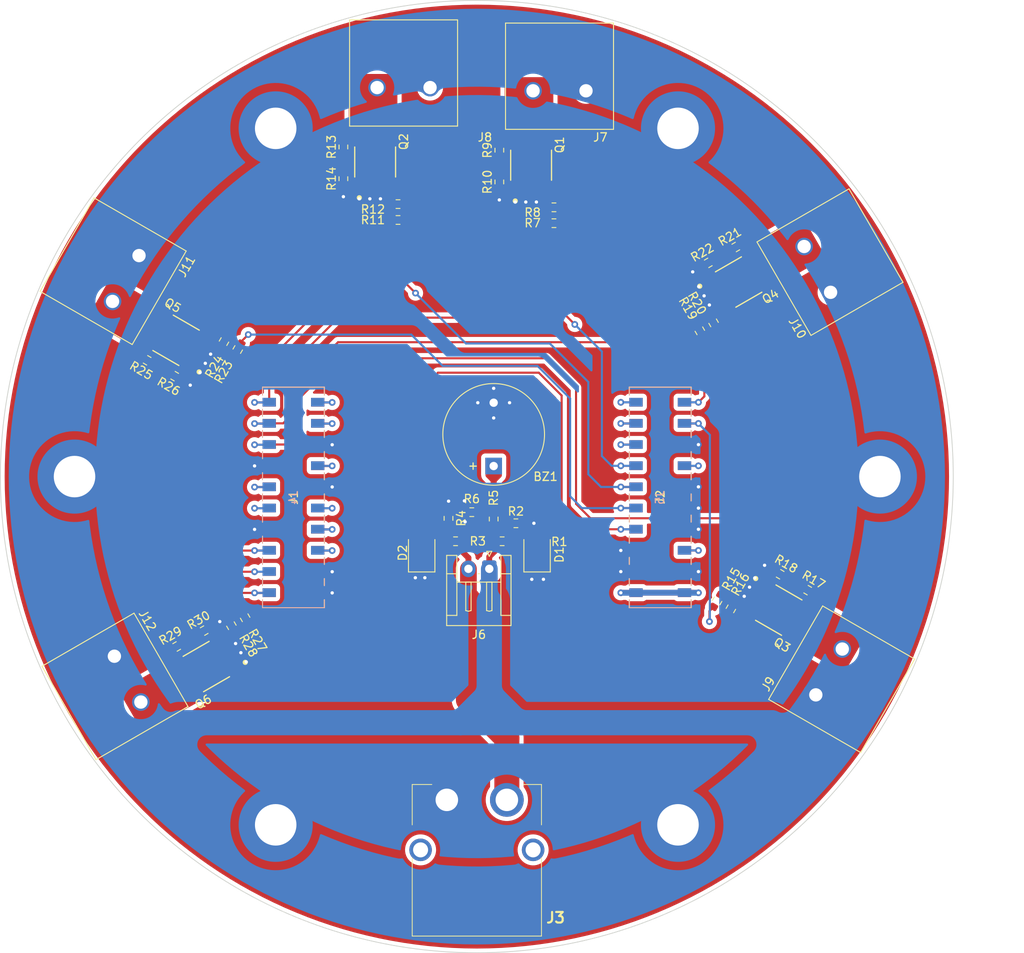
<source format=kicad_pcb>
(kicad_pcb (version 20211014) (generator pcbnew)
  (layers (0 "F.Cu" signal) (31 "B.Cu" signal) (34 "B.Paste" user) (35 "F.Paste" user) (36 "B.SilkS" user "B.Silkscreen") (37 "F.SilkS" user "F.Silkscreen") (38 "B.Mask" user) (39 "F.Mask" user) (44 "Edge.Cuts" user))
  (net 0 "")
  (net 1 "+BATT")
  (net 2 "GND")
  (net 3 "Net-(D1-Pad2)")
  (net 4 "Net-(BZ1-Pad1)")
  (net 5 "Net-(D2-Pad2)")
  (net 6 "+3V3")
  (net 7 "SCL")
  (net 8 "SPICLK")
  (net 9 "SDA")
  (net 10 "SPID")
  (net 11 "SPIQ")
  (net 12 "Net-(J9-Pad2)")
  (net 13 "Net-(J10-Pad2)")
  (net 14 "Net-(J11-Pad2)")
  (net 15 "Net-(J12-Pad2)")
  (net 16 "AIO10{slash}RF1_CS")
  (net 17 "AIO7")
  (net 18 "Net-(Q1-Pad4)")
  (net 19 "Net-(Q2-Pad4)")
  (net 20 "Net-(Q3-Pad4)")
  (net 21 "Net-(Q4-Pad4)")
  (net 22 "Net-(Q5-Pad4)")
  (net 23 "Net-(Q6-Pad4)")
  (net 24 "AIO15")
  (net 25 "AIO16")
  (net 26 "VBATT")
  (net 27 "Net-(J7-Pad2)")
  (net 28 "Net-(J8-Pad2)")
  (net 29 "AIO18{slash}RX1")
  (net 30 "AIO17{slash}TX1")
  (net 31 "AIO6")
  (net 32 "AIO5")
  (net 33 "AIO4")
  (net 34 "IO42{slash}TMS")
  (net 35 "IO41{slash}TDI")
  (net 36 "AIO2{slash}RF1_IO0")
  (net 37 "IO21{slash}RF1_RST")
  (net 38 "IO40{slash}TDO")
  (net 39 "IO39{slash}TCK")
  (net 40 "IO38{slash}RF1_IO4")
  (net 41 "IO37")
  (net 42 "IO36")
  (net 43 "IO35")
  (net 44 "IO47")
  (footprint "Connector_JST:JST_EH_S2B-EH_1x02_P2.50mm_Horizontal" (layer "F.Cu") (at 151.491 111.0705 180)
    (fp_text reference "J6")
    (fp_text value "Conn_01x02")
  )
  (footprint "Resistor_SMD:R_0603_1608Metric" (layer "F.Cu") (at 133.991392 64.247796 -90)
    (fp_text reference "R14")
    (fp_text value "100k")
  )
  (footprint "Resistor_SMD:R_0603_1608Metric" (layer "F.Cu") (at 110.452233 86.042384 150)
    (fp_text reference "R25")
    (fp_text value "350k")
  )
  (footprint "LED_SMD:LED_1210_3225Metric" (layer "F.Cu") (at 143.383 109.158 90)
    (fp_text reference "D2")
    (fp_text value "LED")
  )
  (footprint "Resistor_SMD:R_0603_1608Metric" (layer "F.Cu") (at 178.820398 114.923081 -120)
    (fp_text reference "R15")
    (fp_text value "1k")
  )
  (footprint "Global Footprints:TRANS_SIR182DP-T1-RE3" (layer "F.Cu") (at 114.007012 83.695326 150)
    (fp_text reference "Q5")
    (fp_text value "SIR182DP-T1-RE3")
  )
  (footprint "Global Footprints:Avionics Mounting Hole" (layer "F.Cu") (at 198.3486 100)
    (fp_text reference "H4")
    (fp_text value "MountingHole_Pad")
  )
  (footprint "AVIONICS:XT60PWM" (layer "F.Cu") (at 150 138.8 180)
    (fp_text reference "J3")
    (fp_text value "XT60PW-M" hide)
  )
  (footprint "Global Footprints:TRANS_SIR182DP-T1-RE3" (layer "F.Cu") (at 156.507401 62.729599 90)
    (fp_text reference "Q1")
    (fp_text value "SIR182DP-T1-RE3")
  )
  (footprint "Resistor_SMD:R_0603_1608Metric" (layer "F.Cu") (at 113.993245 120.388706 -150)
    (fp_text reference "R29")
    (fp_text value "350k")
  )
  (footprint "Resistor_SMD:R_0603_1608Metric" (layer "F.Cu") (at 154.686 105.602)
    (fp_text reference "R2")
    (fp_text value "100k")
  )
  (footprint "Global Footprints:NPPC102KFMS-RC" (layer "F.Cu") (at 172 102.5 -90)
    (fp_text reference "J2")
    (fp_text value "1156915")
  )
  (footprint "Resistor_SMD:R_0603_1608Metric" (layer "F.Cu") (at 176.749639 82.502082 -60)
    (fp_text reference "R19")
    (fp_text value "1k")
  )
  (footprint "Global Footprints:TRANS_SIR182DP-T1-RE3" (layer "F.Cu") (at 117.637918 122.745905 -150)
    (fp_text reference "Q6")
    (fp_text value "SIR182DP-T1-RE3")
  )
  (footprint "Resistor_SMD:R_0603_1608Metric" (layer "F.Cu") (at 152.697402 64.634602 -90)
    (fp_text reference "R10")
    (fp_text value "100k")
  )
  (footprint "Global Footprints:OSTT7020150" (layer "F.Cu") (at 107.888837 76.224314 -120)
    (fp_text reference "J11")
    (fp_text value "Conn_01x02")
  )
  (footprint "Global Footprints:Avionics Mounting Hole" (layer "F.Cu") (at 101.74 100)
    (fp_text reference "H3")
    (fp_text value "MountingHole_Pad")
  )
  (footprint "Global Footprints:Avionics Mounting Hole" (layer "F.Cu") (at 174.13 141.794386)
    (fp_text reference "H6")
    (fp_text value "MountingHole_Pad")
  )
  (footprint "Resistor_SMD:R_0603_1608Metric" (layer "F.Cu") (at 133.991395 60.437796 90)
    (fp_text reference "R13")
    (fp_text value "350k")
  )
  (footprint "Resistor_SMD:R_0603_1608Metric" (layer "F.Cu") (at 189.685978 113.629344 -30)
    (fp_text reference "R17")
    (fp_text value "350k")
  )
  (footprint "Resistor_SMD:R_0603_1608Metric" (layer "F.Cu") (at 113.751788 87.947383 -30)
    (fp_text reference "R26")
    (fp_text value "100k")
  )
  (footprint "Global Footprints:TRANS_SIR182DP-T1-RE3" (layer "F.Cu") (at 181.317242 76.6974 30)
    (fp_text reference "Q4")
    (fp_text value "SIR182DP-T1-RE3")
  )
  (footprint "Global Footprints:Avionics Mounting Hole" (layer "F.Cu") (at 125.87 141.794386)
    (fp_text reference "H5")
    (fp_text value "MountingHole_Pad")
  )
  (footprint "Resistor_SMD:R_0603_1608Metric" (layer "F.Cu") (at 140.544597 69.200797)
    (fp_text reference "R11")
    (fp_text value "1k")
  )
  (footprint "Resistor_SMD:R_0603_1608Metric" (layer "F.Cu") (at 178.399418 81.549581 120)
    (fp_text reference "R20")
    (fp_text value "100k")
  )
  (footprint "Resistor_SMD:R_0603_1608Metric" (layer "F.Cu") (at 119.668036 83.796146 -120)
    (fp_text reference "R24")
    (fp_text value "100k")
  )
  (footprint "Global Footprints:OSTT7020150" (layer "F.Cu") (at 192.249374 123.447414 60)
    (fp_text reference "J9")
    (fp_text value "Conn_01x02")
  )
  (footprint "Resistor_SMD:R_0603_1608Metric" (layer "F.Cu") (at 159.250602 69.5876)
    (fp_text reference "R7")
    (fp_text value "1k")
  )
  (footprint "Resistor_SMD:R_0603_1608Metric" (layer "F.Cu") (at 121.317814 84.748645 60)
    (fp_text reference "R23")
    (fp_text value "1k")
  )
  (footprint "Global Footprints:TRANS_SIR182DP-T1-RE3" (layer "F.Cu") (at 137.801397 62.342798 90)
    (fp_text reference "Q2")
    (fp_text value "SIR182DP-T1-RE3")
  )
  (footprint "Global Footprints:OSTT7020150" (layer "F.Cu") (at 108.108743 124.308892 -60)
    (fp_text reference "J12")
    (fp_text value "Conn_01x02")
  )
  (footprint "Global Footprints:NPPC102KFMS-RC" (layer "F.Cu") (at 128 102.5 -90)
    (fp_text reference "J1")
    (fp_text value "1156915")
  )
  (footprint "Resistor_SMD:R_0603_1608Metric" (layer "F.Cu") (at 180.470176 115.875581 60)
    (fp_text reference "R16")
    (fp_text value "100k")
  )
  (footprint "LED_SMD:LED_1210_3225Metric" (layer "F.Cu") (at 157.226 109.158 90)
    (fp_text reference "D1")
    (fp_text value "LED")
  )
  (footprint "Resistor_SMD:R_0603_1608Metric" (layer "F.Cu") (at 120.555743 117.893724 -60)
    (fp_text reference "R28")
    (fp_text value "100k")
  )
  (footprint "Resistor_SMD:R_0603_1608Metric" (layer "F.Cu") (at 117.292803 118.483705 30)
    (fp_text reference "R30")
    (fp_text value "100k")
  )
  (footprint "Resistor_SMD:R_0603_1608Metric" (layer "F.Cu") (at 181.06202 72.445343 30)
    (fp_text reference "R21")
    (fp_text value "350k")
  )
  (footprint "Global Footprints:OSTT7020150" (layer "F.Cu") (at 141.212399 53.308801 180)
    (fp_text reference "J8")
    (fp_text value "Conn_01x02")
  )
  (footprint "Global Footprints:Avionics Mounting Hole" (layer "F.Cu") (at 174.13 58.205614)
    (fp_text reference "H2")
    (fp_text value "MountingHole_Pad")
  )
  (footprint "Resistor_SMD:R_0603_1608Metric" (layer "F.Cu") (at 177.762464 74.350344 -150)
    (fp_text reference "R22")
    (fp_text value "100k")
  )
  (footprint "Resistor_SMD:R_0603_1608Metric" (layer "F.Cu") (at 122.205519 116.941224 120)
    (fp_text reference "R27")
    (fp_text value "1k")
  )
  (footprint "Resistor_SMD:R_0603_1608Metric" (layer "F.Cu") (at 152.697402 60.824602 90)
    (fp_text reference "R9")
    (fp_text value "350k")
  )
  (footprint "Resistor_SMD:R_0603_1608Metric" (layer "F.Cu") (at 147.447 107.761 180)
    (fp_text reference "R3")
    (fp_text value "350k")
  )
  (footprint "Resistor_SMD:R_0603_1608Metric" (layer "F.Cu") (at 149.394 104.27 180)
    (fp_text reference "R6")
    (fp_text value "100k")
  )
  (footprint "Resistor_SMD:R_0603_1608Metric" (layer "F.Cu") (at 153.035 107.761)
    (fp_text reference "R1")
    (fp_text value "350k")
  )
  (footprint "Global Footprints:Avionics Mounting Hole" (layer "F.Cu") (at 125.87 58.205614)
    (fp_text reference "H1")
    (fp_text value "MountingHole_Pad")
  )
  (footprint "Resistor_SMD:R_0603_1608Metric" (layer "F.Cu") (at 152.019 105.094 90)
    (fp_text reference "R5")
    (fp_text value "350k")
  )
  (footprint "Global Footprints:TRANS_SIR182DP-T1-RE3" (layer "F.Cu") (at 186.1312 115.9764 -30)
    (fp_text reference "Q3")
    (fp_text value "SIR182DP-T1-RE3")
  )
  (footprint "Resistor_SMD:R_0603_1608Metric" (layer "F.Cu") (at 146.6 105.01 90)
    (fp_text reference "R4")
    (fp_text value "100k")
  )
  (footprint "Global Footprints:OSTT7020150" (layer "F.Cu") (at 190.846416 75.134412 120)
    (fp_text reference "J10")
    (fp_text value "Conn_01x02")
  )
  (footprint "Resistor_SMD:R_0603_1608Metric" (layer "F.Cu") (at 186.386421 111.724344 150)
    (fp_text reference "R18")
    (fp_text value "100k")
  )
  (footprint "Resistor_SMD:R_0603_1608Metric" (layer "F.Cu") (at 140.544596 67.2958 180)
    (fp_text reference "R12")
    (fp_text value "100k")
  )
  (footprint "Buzzer_Beeper:Buzzer_12x9.5RM7.6" (layer "F.Cu") (at 152.019 98.734 90)
    (fp_text reference "BZ1")
    (fp_text value "Buzzer")
  )
  (footprint "Resistor_SMD:R_0603_1608Metric" (layer "F.Cu") (at 159.2506 67.682598 180)
    (fp_text reference "R8")
    (fp_text value "100k")
  )
  (footprint "Global Footprints:OSTT7020150" (layer "F.Cu") (at 159.9184 53.6956 180)
    (fp_text reference "J7")
    (fp_text value "Conn_01x02")
  )
  (footprint "Global Footprints:NPPC102KFMS-RC" (layer "B.Cu") (at 172 102.5 -90)
    (fp_text reference "J5")
    (fp_text value "1156915")
  )
  (footprint "Global Footprints:NPPC102KFMS-RC" (layer "B.Cu") (at 128 102.5 -90)
    (fp_text reference "J4")
    (fp_text value "1156915")
  )
  (gr_circle (center 150 100) (end 207.15 100) (layer "Edge.Cuts") (width 0.1) (fill none))
  (segment (start 153.6 131.375) (end 148.991 126.766) (width 3) (layer "F.Cu") (net 1))
  (segment (start 153.6 138.8) (end 153.6 131.375) (width 3) (layer "F.Cu") (net 1))
  (segment (start 148.272 109.029) (end 148.272 107.761) (width 0.7) (layer "F.Cu") (net 1))
  (segment (start 148.991 111.0705) (end 148.991 109.748) (width 0.7) (layer "F.Cu") (net 1))
  (segment (start 148.991 109.748) (end 148.272 109.029) (width 0.7) (layer "F.Cu") (net 1))
  (segment (start 148.991 126.766) (end 148.991 114.808) (width 3) (layer "F.Cu") (net 1))
  (segment (start 148.991 111.0705) (end 148.991 114.808) (width 2) (layer "F.Cu") (net 1))
  (segment (start 132.5096 111.4188) (end 132.6476 111.2808) (width 0.25) (layer "F.Cu") (net 2))
  (segment (start 167.2701 111.4044) (end 168.9498 111.4044) (width 0.25) (layer "F.Cu") (net 2))
  (segment (start 168.9498 108.8644) (end 167.4081 108.8644) (width 0.25) (layer "F.Cu") (net 2))
  (segment (start 174.9011 106.3244) (end 176.4428 106.3244) (width 0.25) (layer "F.Cu") (net 2))
  (segment (start 176.5808 101.23) (end 174.9083 101.23) (width 0.25) (layer "F.Cu") (net 2))
  (segment (start 174.82325 103.7844) (end 174.81225 103.7954) (width 0.25) (layer "F.Cu") (net 2))
  (segment (start 125.05145 106.3388) (end 125.06245 106.3498) (width 0.25) (layer "F.Cu") (net 2))
  (segment (start 176.4428 106.3244) (end 176.5808 106.1864) (width 0.25) (layer "F.Cu") (net 2))
  (segment (start 176.4428 96.1644) (end 176.5808 96.0264) (width 0.25) (layer "F.Cu") (net 2))
  (segment (start 123.3369 106.3388) (end 125.05145 106.3388) (width 0.25) (layer "F.Cu") (net 2))
  (segment (start 130.9679 96.1788) (end 132.5096 96.1788) (width 0.25) (layer "F.Cu") (net 2))
  (segment (start 125.0166 98.718801) (end 123.4749 98.718801) (width 0.25) (layer "F.Cu") (net 2))
  (segment (start 132.5096 96.1788) (end 132.6476 96.0408) (width 0.25) (layer "F.Cu") (net 2))
  (segment (start 132.6476 113.9588) (end 130.9371 113.9588) (width 0.25) (layer "F.Cu") (net 2))
  (segment (start 132.6476 101.2444) (end 130.9751 101.2444) (width 0.25) (layer "F.Cu") (net 2))
  (segment (start 174.9011 96.1644) (end 176.4428 96.1644) (width 0.25) (layer "F.Cu") (net 2))
  (segment (start 176.4428 111.4044) (end 176.5808 111.2664) (width 0.25) (layer "F.Cu") (net 2))
  (segment (start 174.9011 111.4044) (end 176.4428 111.4044) (width 0.25) (layer "F.Cu") (net 2))
  (segment (start 123.4749 98.718801) (end 123.3369 98.8568) (width 0.25) (layer "F.Cu") (net 2))
  (segment (start 130.9679 111.4188) (end 132.5096 111.4188) (width 0.25) (layer "F.Cu") (net 2))
  (segment (start 130.9371 113.9588) (end 130.9083 113.93) (width 0.25) (layer "F.Cu") (net 2))
  (segment (start 176.5808 103.7844) (end 174.82325 103.7844) (width 0.25) (layer "F.Cu") (net 2))
  (segment (start 167.4081 108.8644) (end 167.2701 109.0024) (width 0.25) (layer "F.Cu") (net 2))
  (via (at 132.6476 111.4188) (size 0.8) (drill 0.4) (layers "F.Cu" "B.Cu") (net 2))
  (via (at 117.429008 86.404252) (size 0.8) (drill 0.4) (layers "F.Cu" "B.Cu") (net 2))
  (via (at 156.591 112.33) (size 0.8) (drill 0.4) (layers "F.Cu" "B.Cu") (net 2))
  (via (at 116.794009 87.504105) (size 0.8) (drill 0.4) (layers "F.Cu" "B.Cu") (net 2))
  (via (at 148.51 102.91) (size 0.8) (drill 0.4) (layers "F.Cu" "B.Cu") (net 2))
  (via (at 146.61 102.95) (size 0.8) (drill 0.4) (layers "F.Cu" "B.Cu") (net 2))
  (via (at 176.5808 96.1644) (size 0.8) (drill 0.4) (layers "F.Cu" "B.Cu") (net 2))
  (via (at 119.162553 117.404206) (size 0.8) (drill 0.4) (layers "F.Cu" "B.Cu") (net 2))
  (via (at 137.166392 66.660799) (size 0.8) (drill 0.4) (layers "F.Cu" "B.Cu") (net 2))
  (via (at 182.074202 114.367327) (size 0.8) (drill 0.4) (layers "F.Cu" "B.Cu") (net 2))
  (via (at 142.621 112.141) (size 0.8) (drill 0.4) (layers "F.Cu" "B.Cu") (net 2))
  (via (at 123.3369 98.7188) (size 0.8) (drill 0.4) (layers "F.Cu" "B.Cu") (net 2))
  (via (at 118.064009 85.3044) (size 0.8) (drill 0.4) (layers "F.Cu" "B.Cu") (net 2))
  (via (at 138.436395 66.660795) (size 0.8) (drill 0.4) (layers "F.Cu" "B.Cu") (net 2))
  (via (at 150.114 91.134) (size 0.8) (drill 0.4) (layers "F.Cu" "B.Cu") (net 2))
  (via (at 176.5808 106.3244) (size 0.8) (drill 0.4) (layers "F.Cu" "B.Cu") (net 2))
  (via (at 176.5808 111.4044) (size 0.8) (drill 0.4) (layers "F.Cu" "B.Cu") (net 2))
  (via (at 152.697402 66.793603) (size 0.8) (drill 0.4) (layers "F.Cu" "B.Cu") (net 2))
  (via (at 155.872403 67.047602) (size 0.8) (drill 0.4) (layers "F.Cu" "B.Cu") (net 2))
  (via (at 132.6476 101.2444) (size 0.8) (drill 0.4) (layers "F.Cu" "B.Cu") (net 2))
  (via (at 157.142402 67.047601) (size 0.8) (drill 0.4) (layers "F.Cu" "B.Cu") (net 2))
  (via (at 177.260244 78.306474) (size 0.8) (drill 0.4) (layers "F.Cu" "B.Cu") (net 2))
  (via (at 177.895244 79.406326) (size 0.8) (drill 0.4) (layers "F.Cu" "B.Cu") (net 2))
  (via (at 135.896393 66.660799) (size 0.8) (drill 0.4) (layers "F.Cu" "B.Cu") (net 2))
  (via (at 152.019 89.408) (size 0.8) (drill 0.4) (layers "F.Cu" "B.Cu") (net 2))
  (via (at 167.2701 111.4044) (size 0.8) (drill 0.4) (layers "F.Cu" "B.Cu") (net 2))
  (via (at 132.6476 113.9588) (size 0.8) (drill 0.4) (layers "F.Cu" "B.Cu") (net 2))
  (via (at 183.344202 112.167622) (size 0.8) (drill 0.4) (layers "F.Cu" "B.Cu") (net 2))
  (via (at 123.3369 106.3388) (size 0.8) (drill 0.4) (layers "F.Cu" "B.Cu") (net 2))
  (via (at 143.764 112.141) (size 0.8) (drill 0.4) (layers "F.Cu" "B.Cu") (net 2))
  (via (at 157.988 112.33) (size 0.8) (drill 0.4) (layers "F.Cu" "B.Cu") (net 2))
  (via (at 184.516673 110.644845) (size 0.8) (drill 0.4) (layers "F.Cu" "B.Cu") (net 2))
  (via (at 154.602405 67.047602) (size 0.8) (drill 0.4) (layers "F.Cu" "B.Cu") (net 2))
  (via (at 132.6476 96.1788) (size 0.8) (drill 0.4) (layers "F.Cu" "B.Cu") (net 2))
  (via (at 182.709203 113.267475) (size 0.8) (drill 0.4) (layers "F.Cu" "B.Cu") (net 2))
  (via (at 176.625244 77.206622) (size 0.8) (drill 0.4) (layers "F.Cu" "B.Cu") (net 2))
  (via (at 122.329915 122.236682) (size 0.8) (drill 0.4) (layers "F.Cu" "B.Cu") (net 2))
  (via (at 121.059915 120.036978) (size 0.8) (drill 0.4) (layers "F.Cu" "B.Cu") (net 2))
  (via (at 148.59 105.43) (size 0.8) (drill 0.4) (layers "F.Cu" "B.Cu") (net 2))
  (via (at 133.991394 66.406797) (size 0.8) (drill 0.4) (layers "F.Cu" "B.Cu") (net 2))
  (via (at 167.2701 108.8644) (size 0.8) (drill 0.4) (layers "F.Cu" "B.Cu") (net 2))
  (via (at 153.924 91.134) (size 0.8) (drill 0.4) (layers "F.Cu" "B.Cu") (net 2))
  (via (at 115.621538 89.026884) (size 0.8) (drill 0.4) (layers "F.Cu" "B.Cu") (net 2))
  (via (at 176.5808 101.23) (size 0.8) (drill 0.4) (layers "F.Cu" "B.Cu") (net 2))
  (via (at 176.5808 103.7844) (size 0.8) (drill 0.4) (layers "F.Cu" "B.Cu") (net 2))
  (via (at 175.892714 75.429844) (size 0.8) (drill 0.4) (layers "F.Cu" "B.Cu") (net 2))
  (via (at 156.845 105.602) (size 0.8) (drill 0.4) (layers "F.Cu" "B.Cu") (net 2))
  (via (at 152.019 92.964) (size 0.8) (drill 0.4) (layers "F.Cu" "B.Cu") (net 2))
  (via (at 121.694916 121.136831) (size 0.8) (drill 0.4) (layers "F.Cu" "B.Cu") (net 2))
  (segment (start 123.4749 106.3388) (end 123.3369 106.4768) (width 0.25) (layer "B.Cu") (net 2))
  (segment (start 168.98465 108.8644) (end 168.99565 108.8754) (width 0.25) (layer "B.Cu") (net 2))
  (segment (start 123.3369 98.7188) (end 125.05145 98.7188) (width 0.25) (layer "B.Cu") (net 2))
  (segment (start 132.6476 101.2444) (end 130.9751 101.2444) (width 0.25) (layer "B.Cu") (net 2))
  (segment (start 176.5808 106.3244) (end 174.82325 106.3244) (width 0.25) (layer "B.Cu") (net 2))
  (segment (start 125.0166 106.3388) (end 123.4749 106.3388) (width 0.25) (layer "B.Cu") (net 2))
  (segment (start 176.4428 103.7844) (end 176.5808 103.6464) (width 0.25) (layer "B.Cu") (net 2))
  (segment (start 132.6476 113.9588) (end 130.9371 113.9588) (width 0.25) (layer "B.Cu") (net 2))
  (segment (start 130.9371 113.9588) (end 130.9083 113.93) (width 0.25) (layer "B.Cu") (net 2))
  (segment (start 132.6476 96.1788) (end 130.89005 96.1788) (width 0.25) (layer "B.Cu") (net 2))
  (segment (start 125.05145 98.7188) (end 125.06245 98.7298) (width 0.25) (layer "B.Cu") (net 2))
  (segment (start 167.2701 108.8644) (end 168.98465 108.8644) (width 0.25) (layer "B.Cu") (net 2))
  (segment (start 132.6476 111.4188) (end 130.89005 111.4188) (width 0.25) (layer "B.Cu") (net 2))
  (segment (start 176.5808 111.4044) (end 174.82325 111.4044) (width 0.25) (layer "B.Cu") (net 2))
  (segment (start 174.9011 103.7844) (end 176.4428 103.7844) (width 0.25) (layer "B.Cu") (net 2))
  (segment (start 176.5808 101.23) (end 174.9083 101.23) (width 0.25) (layer "B.Cu") (net 2))
  (segment (start 167.4081 111.4044) (end 167.2701 111.5424) (width 0.25) (layer "B.Cu") (net 2))
  (segment (start 168.9498 111.4044) (end 167.4081 111.4044) (width 0.25) (layer "B.Cu") (net 2))
  (segment (start 130.9751 113.9444) (end 130.9895 113.9588) (width 0.7) (layer "B.Cu") (net 2))
  (segment (start 176.5808 96.1644) (end 174.82325 96.1644) (width 0.25) (layer "B.Cu") (net 2))
  (segment (start 153.86 107.761) (end 153.86 105.603) (width 0.7) (layer "F.Cu") (net 3))
  (segment (start 153.86 107.761) (end 157.223 107.761) (width 1) (layer "F.Cu") (net 3))
  (segment (start 153.86 105.603) (end 153.861 105.602) (width 0.25) (layer "F.Cu") (net 3))
  (segment (start 157.223 107.761) (end 157.226 107.758) (width 0.7) (layer "F.Cu") (net 3))
  (segment (start 152.019 100.457) (end 152.654 99.822) (width 0.7) (layer "F.Cu") (net 4))
  (segment (start 152.019 100.457) (end 151.384 99.822) (width 0.7) (layer "F.Cu") (net 4))
  (segment (start 152.019 104.269) (end 152.019 100.838) (width 0.7) (layer "F.Cu") (net 4))
  (segment (start 152.019 104.269) (end 150.22 104.269) (width 0.7) (layer "F.Cu") (net 4))
  (segment (start 152.019 100.838) (end 152.019 98.734) (width 0.7) (layer "F.Cu") (net 4))
  (segment (start 150.22 104.269) (end 150.219 104.27) (width 0.25) (layer "F.Cu") (net 4))
  (segment (start 152.019 100.838) (end 152.019 100.457) (width 0.7) (layer "F.Cu") (net 4))
  (segment (start 146.622 105.848) (end 146.64 105.83) (width 0.7) (layer "F.Cu") (net 5))
  (segment (start 146.621 105.602) (end 146.64 105.621) (width 0.25) (layer "F.Cu") (net 5))
  (segment (start 146.64 105.621) (end 146.64 105.83) (width 0.25) (layer "F.Cu") (net 5))
  (segment (start 146.622 107.761) (end 143.386 107.761) (width 1) (layer "F.Cu") (net 5))
  (segment (start 143.386 107.761) (end 143.383 107.758) (width 1) (layer "F.Cu") (net 5))
  (segment (start 146.622 107.761) (end 146.622 105.848) (width 0.7) (layer "F.Cu") (net 5))
  (segment (start 175.8696 113.9444) (end 174.82325 113.9444) (width 0.7) (layer "F.Cu") (net 6))
  (segment (start 175.8696 113.9444) (end 175.8552 113.93) (width 0.7) (layer "F.Cu") (net 6))
  (segment (start 176.5808 113.9444) (end 175.8696 113.9444) (width 0.7) (layer "F.Cu") (net 6))
  (segment (start 175.8552 113.93) (end 169.0917 113.93) (width 0.7) (layer "F.Cu") (net 6))
  (segment (start 168.9498 113.9444) (end 167.4081 113.9444) (width 0.7) (layer "F.Cu") (net 6))
  (segment (start 167.4081 113.9444) (end 167.2701 114.0824) (width 0.25) (layer "F.Cu") (net 6))
  (via (at 176.5808 113.9444) (size 0.8) (drill 0.4) (layers "F.Cu" "B.Cu") (net 6))
  (via (at 167.2701 113.9444) (size 0.8) (drill 0.4) (layers "F.Cu" "B.Cu") (net 6))
  (segment (start 174.9227 113.9444) (end 176.4428 113.9444) (width 0.7) (layer "B.Cu") (net 6))
  (segment (start 174.9083 113.93) (end 169.0917 113.93) (width 0.7) (layer "B.Cu") (net 6))
  (segment (start 176.4428 113.9444) (end 176.5808 113.8064) (width 0.25) (layer "B.Cu") (net 6))
  (segment (start 167.2701 113.9444) (end 168.9498 113.9444) (width 0.7) (layer "B.Cu") (net 6))
  (segment (start 174.9083 113.93) (end 174.9227 113.9444) (width 0.7) (layer "B.Cu") (net 6))
  (segment (start 132.6476 93.6388) (end 130.9679 93.6388) (width 0.25) (layer "F.Cu") (net 7))
  (via (at 132.6476 93.6388) (size 0.8) (drill 0.4) (layers "F.Cu" "B.Cu") (net 7))
  (segment (start 130.9679 93.6388) (end 132.5096 93.6388) (width 0.25) (layer "B.Cu") (net 7))
  (segment (start 132.5096 93.6388) (end 132.6476 93.5008) (width 0.25) (layer "B.Cu") (net 7))
  (segment (start 132.5096 106.3388) (end 132.6476 106.2008) (width 0.25) (layer "F.Cu") (net 8))
  (segment (start 130.9679 106.3388) (end 132.5096 106.3388) (width 0.25) (layer "F.Cu") (net 8))
  (via (at 132.6476 106.3388) (size 0.8) (drill 0.4) (layers "F.Cu" "B.Cu") (net 8))
  (segment (start 132.6476 106.3388) (end 130.89005 106.3388) (width 0.25) (layer "B.Cu") (net 8))
  (segment (start 130.9679 91.0988) (end 132.5096 91.0988) (width 0.25) (layer "F.Cu") (net 9))
  (segment (start 132.5096 91.0988) (end 132.6476 90.9608) (width 0.25) (layer "F.Cu") (net 9))
  (via (at 132.6476 91.0988) (size 0.8) (drill 0.4) (layers "F.Cu" "B.Cu") (net 9))
  (segment (start 132.6476 91.0988) (end 130.9679 91.0988) (width 0.25) (layer "B.Cu") (net 9))
  (segment (start 132.6476 103.7988) (end 130.89005 103.7988) (width 0.25) (layer "F.Cu") (net 10))
  (via (at 132.6476 103.7988) (size 0.8) (drill 0.4) (layers "F.Cu" "B.Cu") (net 10))
  (segment (start 132.5096 103.7988) (end 132.6476 103.6608) (width 0.25) (layer "B.Cu") (net 10))
  (segment (start 130.9679 103.7988) (end 132.5096 103.7988) (width 0.25) (layer "B.Cu") (net 10))
  (segment (start 132.6476 108.8788) (end 130.89005 108.8788) (width 0.25) (layer "F.Cu") (net 11))
  (via (at 132.6476 108.8788) (size 0.8) (drill 0.4) (layers "F.Cu" "B.Cu") (net 11))
  (segment (start 132.5096 108.8788) (end 132.6476 108.7408) (width 0.25) (layer "B.Cu") (net 11))
  (segment (start 130.9679 108.8788) (end 132.5096 108.8788) (width 0.25) (layer "B.Cu") (net 11))
  (segment (start 132.6476 98.7188) (end 130.89005 98.7188) (width 0.25) (layer "F.Cu") (net 16))
  (via (at 132.6476 98.7188) (size 0.8) (drill 0.4) (layers "F.Cu" "B.Cu") (net 16))
  (segment (start 130.9679 98.7188) (end 132.5096 98.7188) (width 0.25) (layer "B.Cu") (net 16))
  (segment (start 149.3012 65.3796) (end 150.876 63.8048) (width 0.25) (layer "F.Cu") (net 17))
  (segment (start 147.5232 80.9244) (end 149.3012 79.1464) (width 0.25) (layer "F.Cu") (net 17))
  (segment (start 150.876 63.8048) (end 152.6926 63.8048) (width 0.25) (layer "F.Cu") (net 17))
  (segment (start 125.05145 91.0988) (end 125.06245 91.1098) (width 0.25) (layer "F.Cu") (net 17))
  (segment (start 152.6926 63.8048) (end 152.697402 63.809602) (width 0.25) (layer "F.Cu") (net 17))
  (segment (start 133.4008 80.9244) (end 147.5232 80.9244) (width 0.25) (layer "F.Cu") (net 17))
  (segment (start 125.0917 89.2335) (end 133.4008 80.9244) (width 0.25) (layer "F.Cu") (net 17))
  (segment (start 125.0917 91.07) (end 125.0917 89.2335) (width 0.25) (layer "F.Cu") (net 17))
  (segment (start 152.697402 61.649602) (end 152.697402 63.809602) (width 1) (layer "F.Cu") (net 17))
  (segment (start 123.3369 91.0988) (end 125.05145 91.0988) (width 0.25) (layer "F.Cu") (net 17))
  (segment (start 149.3012 79.1464) (end 149.3012 65.3796) (width 0.25) (layer "F.Cu") (net 17))
  (via (at 123.3369 91.0988) (size 0.8) (drill 0.4) (layers "F.Cu" "B.Cu") (net 17))
  (segment (start 125.0166 91.0988) (end 123.4749 91.0988) (width 0.25) (layer "B.Cu") (net 17))
  (segment (start 158.412404 69.574401) (end 158.412402 65.399603) (width 0.5) (layer "F.Cu") (net 18))
  (segment (start 158.425603 69.587602) (end 158.412404 69.574401) (width 0.25) (layer "F.Cu") (net 18))
  (segment (start 139.719593 69.200799) (end 139.706393 69.187596) (width 0.25) (layer "F.Cu") (net 19))
  (segment (start 139.706393 69.187596) (end 139.706395 65.0128) (width 0.5) (layer "F.Cu") (net 19))
  (segment (start 179.232898 114.20861) (end 179.250928 114.20378) (width 0.25) (layer "F.Cu") (net 20))
  (segment (start 179.250928 114.20378) (end 182.866412 116.291179) (width 0.5) (layer "F.Cu") (net 20))
  (segment (start 176.341971 81.769579) (end 179.957454 79.682179) (width 0.5) (layer "F.Cu") (net 21))
  (segment (start 176.337139 81.787611) (end 176.341971 81.769579) (width 0.25) (layer "F.Cu") (net 21))
  (segment (start 120.905314 85.463116) (end 120.887282 85.467948) (width 0.25) (layer "F.Cu") (net 22))
  (segment (start 120.887282 85.467948) (end 117.271799 83.380548) (width 0.5) (layer "F.Cu") (net 22))
  (segment (start 122.613189 117.673727) (end 118.997706 119.761127) (width 0.5) (layer "F.Cu") (net 23))
  (segment (start 122.618019 117.655695) (end 122.613189 117.673727) (width 0.25) (layer "F.Cu") (net 23))
  (segment (start 125.0166 93.638801) (end 123.474899 93.6388) (width 0.25) (layer "F.Cu") (net 24))
  (segment (start 127.4064 92.964) (end 127.4064 89.8144) (width 0.25) (layer "F.Cu") (net 24))
  (segment (start 180.347549 72.857843) (end 179.512157 73.340157) (width 1) (layer "F.Cu") (net 24))
  (segment (start 125.0917 93.61) (end 126.7604 93.61) (width 0.25) (layer "F.Cu") (net 24))
  (segment (start 173.6344 71.9836) (end 178.1556 71.9836) (width 0.25) (layer "F.Cu") (net 24))
  (segment (start 169.3164 83.8708) (end 172.974 80.2132) (width 0.25) (layer "F.Cu") (net 24))
  (segment (start 172.974 72.644) (end 173.6344 71.9836) (width 0.25) (layer "F.Cu") (net 24))
  (segment (start 179.512157 73.340157) (end 178.476935 73.937844) (width 1) (layer "F.Cu") (net 24))
  (segment (start 133.35 83.8708) (end 169.3164 83.8708) (width 0.25) (layer "F.Cu") (net 24))
  (segment (start 123.474899 93.6388) (end 123.3369 93.7768) (width 0.25) (layer "F.Cu") (net 24))
  (segment (start 172.974 80.2132) (end 172.974 72.644) (width 0.25) (layer "F.Cu") (net 24))
  (segment (start 178.1556 71.9836) (end 179.512157 73.340157) (width 0.25) (layer "F.Cu") (net 24))
  (segment (start 127.4064 89.8144) (end 133.35 83.8708) (width 0.25) (layer "F.Cu") (net 24))
  (segment (start 126.7604 93.61) (end 127.4064 92.964) (width 0.25) (layer "F.Cu") (net 24))
  (via (at 123.3369 93.638801) (size 0.8) (drill 0.4) (layers "F.Cu" "B.Cu") (net 24))
  (segment (start 125.051451 93.638801) (end 125.06245 93.6498) (width 0.25) (layer "B.Cu") (net 24))
  (segment (start 123.3369 93.638801) (end 125.051451 93.638801) (width 0.25) (layer "B.Cu") (net 24))
  (segment (start 161.8996 103.2764) (end 163.6268 105.0036) (width 0.25) (layer "F.Cu") (net 25))
  (segment (start 188.1632 111.074536) (end 187.100892 112.136844) (width 0.25) (layer "F.Cu") (net 25))
  (segment (start 158.3436 85.8012) (end 161.8996 89.3572) (width 0.25) (layer "F.Cu") (net 25))
  (segment (start 123.3369 96.1788) (end 125.05145 96.1788) (width 0.25) (layer "F.Cu") (net 25))
  (segment (start 133.5024 85.8012) (end 158.3436 85.8012) (width 0.25) (layer "F.Cu") (net 25))
  (segment (start 163.6268 105.0036) (end 184.15 105.0036) (width 0.25) (layer "F.Cu") (net 25))
  (segment (start 184.15 105.0036) (end 188.1632 109.0168) (width 0.25) (layer "F.Cu") (net 25))
  (segment (start 188.1632 109.0168) (end 188.1632 111.074536) (width 0.25) (layer "F.Cu") (net 25))
  (segment (start 125.0917 96.15) (end 128.0304 96.15) (width 0.25) (layer "F.Cu") (net 25))
  (segment (start 188.971507 113.216843) (end 187.100892 112.136844) (width 1) (layer "F.Cu") (net 25))
  (segment (start 128.9304 95.25) (end 128.9304 90.3732) (width 0.25) (layer "F.Cu") (net 25))
  (segment (start 161.8996 89.3572) (end 161.8996 103.2764) (width 0.25) (layer "F.Cu") (net 25))
  (segment (start 125.05145 96.1788) (end 125.06245 96.1898) (width 0.25) (layer "F.Cu") (net 25))
  (segment (start 128.9304 90.3732) (end 133.5024 85.8012) (width 0.25) (layer "F.Cu") (net 25))
  (segment (start 128.0304 96.15) (end 128.9304 95.25) (width 0.25) (layer "F.Cu") (net 25))
  (via (at 123.3369 96.1788) (size 0.8) (drill 0.4) (layers "F.Cu" "B.Cu") (net 25))
  (segment (start 125.0166 96.1788) (end 123.4749 96.1788) (width 0.25) (layer "B.Cu") (net 25))
  (segment (start 123.4749 96.1788) (end 123.3369 96.3168) (width 0.25) (layer "B.Cu") (net 25))
  (segment (start 152.21 107.888) (end 152.21 106.998) (width 0.7) (layer "F.Cu") (net 26))
  (segment (start 152.019 106.807) (end 152.019 105.919) (width 0.7) (layer "F.Cu") (net 26))
  (segment (start 152.21 108.902) (end 152.21 107.888) (width 0.7) (layer "F.Cu") (net 26))
  (segment (start 151.491 111.0705) (end 151.491 109.621) (width 0.7) (layer "F.Cu") (net 26))
  (segment (start 151.491 109.621) (end 152.21 108.902) (width 0.7) (layer "F.Cu") (net 26))
  (segment (start 152.21 106.998) (end 152.019 106.807) (width 0.7) (layer "F.Cu") (net 26))
  (segment (start 151.491 126.091) (end 154.94 129.54) (width 3) (layer "B.Cu") (net 26))
  (segment (start 154.94 129.54) (end 157.48 129.54) (width 3) (layer "B.Cu") (net 26))
  (segment (start 151.491 114.9604) (end 151.491 126.091) (width 3) (layer "B.Cu") (net 26))
  (segment (start 151.491 111.0705) (end 151.491 114.9604) (width 2) (layer "B.Cu") (net 26))
  (segment (start 151.491 126.091) (end 148.042 129.54) (width 3) (layer "B.Cu") (net 26))
  (segment (start 157.48 129.54) (end 185.42 129.54) (width 3) (layer "B.Cu") (net 26))
  (segment (start 148.042 129.54) (end 114.3 129.54) (width 3) (layer "B.Cu") (net 26))
  (segment (start 148.042 129.54) (end 157.48 129.54) (width 3) (layer "B.Cu") (net 26))
  (segment (start 125.05145 101.2588) (end 125.06245 101.2698) (width 0.25) (layer "F.Cu") (net 29))
  (segment (start 123.3369 101.2588) (end 125.05145 101.2588) (width 0.25) (layer "F.Cu") (net 29))
  (via (at 123.3369 101.2588) (size 0.8) (drill 0.4) (layers "F.Cu" "B.Cu") (net 29))
  (segment (start 125.0166 101.2588) (end 123.4749 101.2588) (width 0.25) (layer "B.Cu") (net 29))
  (segment (start 123.4749 101.2588) (end 123.3369 101.3968) (width 0.25) (layer "B.Cu") (net 29))
  (segment (start 125.0166 103.7988) (end 123.4749 103.7988) (width 0.25) (layer "F.Cu") (net 30))
  (segment (start 123.4749 103.7988) (end 123.3369 103.9368) (width 0.25) (layer "F.Cu") (net 30))
  (via (at 123.3369 103.7988) (size 0.8) (drill 0.4) (layers "F.Cu" "B.Cu") (net 30))
  (segment (start 125.05145 103.7988) (end 125.06245 103.8098) (width 0.25) (layer "B.Cu") (net 30))
  (segment (start 123.3369 103.7988) (end 125.05145 103.7988) (width 0.25) (layer "B.Cu") (net 30))
  (segment (start 133.991396 61.2628) (end 133.991393 63.422797) (width 1) (layer "F.Cu") (net 31))
  (segment (start 130.9116 80.1624) (end 130.9116 64.0588) (width 0.25) (layer "F.Cu") (net 31))
  (segment (start 121.4264 108.8788) (end 119.6848 107.1372) (width 0.25) (layer "F.Cu") (net 31))
  (segment (start 123.3369 108.8788) (end 121.4264 108.8788) (width 0.25) (layer "F.Cu") (net 31))
  (segment (start 119.6848 107.1372) (end 119.6848 91.3892) (width 0.25) (layer "F.Cu") (net 31))
  (segment (start 131.547604 63.422796) (end 133.991392 63.422796) (width 0.25) (layer "F.Cu") (net 31))
  (segment (start 125.0166 108.8788) (end 123.4749 108.8788) (width 0.25) (layer "F.Cu") (net 31))
  (segment (start 123.4749 108.8788) (end 123.3369 109.0168) (width 0.25) (layer "F.Cu") (net 31))
  (segment (start 130.9116 64.0588) (end 131.547604 63.422796) (width 0.25) (layer "F.Cu") (net 31))
  (segment (start 119.6848 91.3892) (end 130.9116 80.1624) (width 0.25) (layer "F.Cu") (net 31))
  (via (at 123.3369 108.8788) (size 0.8) (drill 0.4) (layers "F.Cu" "B.Cu") (net 31))
  (segment (start 123.3369 108.8788) (end 125.05145 108.8788) (width 0.25) (layer "B.Cu") (net 31))
  (segment (start 125.05145 108.8788) (end 125.06245 108.8898) (width 0.25) (layer "B.Cu") (net 31))
  (segment (start 111.166703 86.454885) (end 113.037317 87.534883) (width 1) (layer "F.Cu") (net 32))
  (segment (start 116.586 94.8436) (end 111.166704 89.424304) (width 0.25) (layer "F.Cu") (net 32))
  (segment (start 123.3369 111.4188) (end 118.2768 111.4188) (width 0.25) (layer "F.Cu") (net 32))
  (segment (start 111.166704 89.424304) (end 111.166704 86.454884) (width 0.25) (layer "F.Cu") (net 32))
  (segment (start 118.2768 111.4188) (end 116.586 109.728) (width 0.25) (layer "F.Cu") (net 32))
  (segment (start 116.586 109.728) (end 116.586 94.8436) (width 0.25) (layer "F.Cu") (net 32))
  (segment (start 123.3369 111.4188) (end 125.0166 111.4188) (width 0.25) (layer "F.Cu") (net 32))
  (via (at 123.3369 111.4188) (size 0.8) (drill 0.4) (layers "F.Cu" "B.Cu") (net 32))
  (segment (start 123.4749 111.4188) (end 123.3369 111.5568) (width 0.25) (layer "B.Cu") (net 32))
  (segment (start 125.0166 111.4188) (end 123.4749 111.4188) (width 0.25) (layer "B.Cu") (net 32))
  (segment (start 116.578332 115.526868) (end 116.578332 118.896205) (width 0.25) (layer "F.Cu") (net 33))
  (segment (start 125.0166 113.9588) (end 123.4749 113.9588) (width 0.25) (layer "F.Cu") (net 33))
  (segment (start 123.3369 113.9588) (end 118.1464 113.9588) (width 0.25) (layer "F.Cu") (net 33))
  (segment (start 118.1464 113.9588) (end 116.578332 115.526868) (width 0.25) (layer "F.Cu") (net 33))
  (segment (start 114.707717 119.976205) (end 116.578332 118.896205) (width 1) (layer "F.Cu") (net 33))
  (segment (start 123.4749 113.9588) (end 123.3369 114.0968) (width 0.25) (layer "F.Cu") (net 33))
  (via (at 123.3369 113.9588) (size 0.8) (drill 0.4) (layers "F.Cu" "B.Cu") (net 33))
  (segment (start 123.3369 113.9588) (end 125.0166 113.9588) (width 0.25) (layer "B.Cu") (net 33))
  (segment (start 174.9011 91.0844) (end 176.4428 91.0844) (width 0.25) (layer "F.Cu") (net 34))
  (segment (start 176.4428 91.0844) (end 176.5808 90.9464) (width 0.25) (layer "F.Cu") (net 34))
  (segment (start 177.292 90.3732) (end 176.5808 91.0844) (width 0.25) (layer "F.Cu") (net 34))
  (segment (start 177.162139 83.216553) (end 177.292 83.346414) (width 0.25) (layer "F.Cu") (net 34))
  (segment (start 177.292 83.346414) (end 177.292 90.3732) (width 0.25) (layer "F.Cu") (net 34))
  (via (at 176.5808 91.0844) (size 0.8) (drill 0.4) (layers "F.Cu" "B.Cu") (net 34))
  (segment (start 176.5808 91.0844) (end 174.9011 91.0844) (width 0.25) (layer "B.Cu") (net 34))
  (segment (start 177.9016 116.14385) (end 178.407898 115.637552) (width 0.25) (layer "F.Cu") (net 35))
  (segment (start 176.5808 93.6244) (end 174.9011 93.6244) (width 0.25) (layer "F.Cu") (net 35))
  (segment (start 177.9016 117.3988) (end 177.9016 116.14385) (width 0.25) (layer "F.Cu") (net 35))
  (via (at 176.5808 93.6244) (size 0.8) (drill 0.4) (layers "F.Cu" "B.Cu") (net 35))
  (via (at 177.9016 117.3988) (size 0.8) (drill 0.4) (layers "F.Cu" "B.Cu") (net 35))
  (segment (start 177.9524 94.996) (end 177.9524 117.348) (width 0.25) (layer "B.Cu") (net 35))
  (segment (start 177.9524 117.348) (end 177.9016 117.3988) (width 0.25) (layer "B.Cu") (net 35))
  (segment (start 176.4428 93.6244) (end 176.5808 93.4864) (width 0.25) (layer "B.Cu") (net 35))
  (segment (start 176.5808 93.6244) (end 177.9524 94.996) (width 0.25) (layer "B.Cu") (net 35))
  (segment (start 174.9011 93.6244) (end 176.4428 93.6244) (width 0.25) (layer "B.Cu") (net 35))
  (segment (start 176.5808 98.7044) (end 174.82325 98.7044) (width 0.25) (layer "F.Cu") (net 36))
  (via (at 176.5808 98.7044) (size 0.8) (drill 0.4) (layers "F.Cu" "B.Cu") (net 36))
  (segment (start 174.9011 98.7044) (end 176.4428 98.7044) (width 0.25) (layer "B.Cu") (net 36))
  (segment (start 176.5808 108.8644) (end 174.82325 108.8644) (width 0.25) (layer "F.Cu") (net 37))
  (via (at 176.5808 108.8644) (size 0.8) (drill 0.4) (layers "F.Cu" "B.Cu") (net 37))
  (segment (start 174.9011 108.8644) (end 176.4428 108.8644) (width 0.25) (layer "B.Cu") (net 37))
  (segment (start 176.4428 108.8644) (end 176.5808 108.7264) (width 0.25) (layer "B.Cu") (net 37))
  (segment (start 168.98465 91.0844) (end 168.99565 91.0954) (width 0.25) (layer "F.Cu") (net 38))
  (segment (start 167.2701 91.0844) (end 168.98465 91.0844) (width 0.25) (layer "F.Cu") (net 38))
  (via (at 167.2701 91.0844) (size 0.8) (drill 0.4) (layers "F.Cu" "B.Cu") (net 38))
  (segment (start 168.9498 91.0844) (end 167.4081 91.0844) (width 0.25) (layer "B.Cu") (net 38))
  (segment (start 167.408099 93.6244) (end 167.2701 93.7624) (width 0.25) (layer "F.Cu") (net 39))
  (segment (start 168.9498 93.624401) (end 167.408099 93.6244) (width 0.25) (layer "F.Cu") (net 39))
  (via (at 167.2701 93.624401) (size 0.8) (drill 0.4) (layers "F.Cu" "B.Cu") (net 39))
  (segment (start 167.2701 93.624401) (end 168.984651 93.624401) (width 0.25) (layer "B.Cu") (net 39))
  (segment (start 168.984651 93.624401) (end 168.99565 93.6354) (width 0.25) (layer "B.Cu") (net 39))
  (segment (start 168.98465 96.1644) (end 168.99565 96.1754) (width 0.25) (layer "F.Cu") (net 40))
  (segment (start 167.2701 96.1644) (end 168.98465 96.1644) (width 0.25) (layer "F.Cu") (net 40))
  (via (at 167.2701 96.1644) (size 0.8) (drill 0.4) (layers "F.Cu" "B.Cu") (net 40))
  (segment (start 167.4081 96.1644) (end 167.2701 96.3024) (width 0.25) (layer "B.Cu") (net 40))
  (segment (start 168.9498 96.1644) (end 167.4081 96.1644) (width 0.25) (layer "B.Cu") (net 40))
  (segment (start 167.4081 98.704401) (end 167.2701 98.8424) (width 0.25) (layer "F.Cu") (net 41))
  (segment (start 160.075602 69.5876) (end 160.075602 80.065602) (width 0.25) (layer "F.Cu") (net 41))
  (segment (start 168.9498 98.704401) (end 167.4081 98.704401) (width 0.25) (layer "F.Cu") (net 41))
  (segment (start 160.075602 80.065602) (end 161.7472 81.7372) (width 0.25) (layer "F.Cu") (net 41))
  (via (at 167.2701 98.7044) (size 0.8) (drill 0.4) (layers "F.Cu" "B.Cu") (net 41))
  (via (at 161.7472 81.7372) (size 0.8) (drill 0.4) (layers "F.Cu" "B.Cu") (net 41))
  (segment (start 168.98465 98.7044) (end 168.99565 98.7154) (width 0.25) (layer "B.Cu") (net 41))
  (segment (start 167.2701 98.7044) (end 168.98465 98.7044) (width 0.25) (layer "B.Cu") (net 41))
  (segment (start 161.7472 81.7372) (end 164.9984 84.9884) (width 0.25) (layer "B.Cu") (net 41))
  (segment (start 164.9984 97.536) (end 166.1668 98.7044) (width 0.25) (layer "B.Cu") (net 41))
  (segment (start 164.9984 84.9884) (end 164.9984 97.536) (width 0.25) (layer "B.Cu") (net 41))
  (segment (start 166.1668 98.7044) (end 167.2701 98.7044) (width 0.25) (layer "B.Cu") (net 41))
  (segment (start 141.369597 71.722797) (end 141.369597 76.701197) (width 0.25) (layer "F.Cu") (net 42))
  (segment (start 167.2701 101.2444) (end 168.98465 101.2444) (width 0.25) (layer "F.Cu") (net 42))
  (segment (start 141.369597 69.200797) (end 141.369597 71.722797) (width 0.25) (layer "F.Cu") (net 42))
  (segment (start 141.369597 76.701197) (end 142.6464 77.978) (width 0.25) (layer "F.Cu") (net 42))
  (segment (start 168.98465 101.2444) (end 168.99565 101.2554) (width 0.25) (layer "F.Cu") (net 42))
  (via (at 142.6464 77.978) (size 0.8) (drill 0.4) (layers "F.Cu" "B.Cu") (net 42))
  (via (at 167.2701 101.2444) (size 0.8) (drill 0.4) (layers "F.Cu" "B.Cu") (net 42))
  (segment (start 163.3728 88.646) (end 158.75 84.0232) (width 0.25) (layer "B.Cu") (net 42))
  (segment (start 158.75 84.0232) (end 148.6916 84.0232) (width 0.25) (layer "B.Cu") (net 42))
  (segment (start 167.2701 101.2444) (end 164.8968 101.2444) (width 0.25) (layer "B.Cu") (net 42))
  (segment (start 163.3728 99.7204) (end 163.3728 99.4664) (width 0.25) (layer "B.Cu") (net 42))
  (segment (start 163.3728 99.4664) (end 163.3728 88.646) (width 0.25) (layer "B.Cu") (net 42))
  (segment (start 164.8968 101.2444) (end 163.3728 99.7204) (width 0.25) (layer "B.Cu") (net 42))
  (segment (start 167.4081 101.2444) (end 167.2701 101.3824) (width 0.25) (layer "B.Cu") (net 42))
  (segment (start 168.9498 101.2444) (end 167.4081 101.2444) (width 0.25) (layer "B.Cu") (net 42))
  (segment (start 148.6916 84.0232) (end 142.6464 77.978) (width 0.25) (layer "B.Cu") (net 42))
  (segment (start 121.730314 83.806486) (end 122.5804 82.9564) (width 0.25) (layer "F.Cu") (net 43))
  (segment (start 167.4081 103.7844) (end 167.2701 103.9224) (width 0.25) (layer "F.Cu") (net 43))
  (segment (start 121.730314 84.034174) (end 121.730314 83.806486) (width 0.25) (layer "F.Cu") (net 43))
  (segment (start 168.9498 103.7844) (end 167.4081 103.7844) (width 0.25) (layer "F.Cu") (net 43))
  (via (at 122.5804 82.9564) (size 0.8) (drill 0.4) (layers "F.Cu" "B.Cu") (net 43))
  (via (at 167.2701 103.7844) (size 0.8) (drill 0.4) (layers "F.Cu" "B.Cu") (net 43))
  (segment (start 167.2701 103.7844) (end 168.98465 103.7844) (width 0.25) (layer "B.Cu") (net 43))
  (segment (start 122.5804 82.9564) (end 142.1384 82.9564) (width 0.25) (layer "B.Cu") (net 43))
  (segment (start 161.1884 90.6272) (end 161.1884 102.362) (width 0.25) (layer "B.Cu") (net 43))
  (segment (start 162.6108 103.7844) (end 167.2701 103.7844) (width 0.25) (layer "B.Cu") (net 43))
  (segment (start 142.1384 82.9564) (end 145.8976 86.7156) (width 0.25) (layer "B.Cu") (net 43))
  (segment (start 161.1884 102.362) (end 162.6108 103.7844) (width 0.25) (layer "B.Cu") (net 43))
  (segment (start 168.98465 103.7844) (end 168.99565 103.7954) (width 0.25) (layer "B.Cu") (net 43))
  (segment (start 157.2768 86.7156) (end 161.1884 90.6272) (width 0.25) (layer "B.Cu") (net 43))
  (segment (start 145.8976 86.7156) (end 157.2768 86.7156) (width 0.25) (layer "B.Cu") (net 43))
  (segment (start 145.3388 87.5284) (end 157.4292 87.5284) (width 0.25) (layer "F.Cu") (net 44))
  (segment (start 137.468447 116.226753) (end 140.5636 113.1316) (width 0.25) (layer "F.Cu") (net 44))
  (segment (start 157.4292 87.5284) (end 160.1724 90.2716) (width 0.25) (layer "F.Cu") (net 44))
  (segment (start 140.5636 92.3036) (end 145.3388 87.5284) (width 0.25) (layer "F.Cu") (net 44))
  (segment (start 167.2701 106.3244) (end 168.98465 106.3244) (width 0.25) (layer "F.Cu") (net 44))
  (segment (start 160.1724 105.0036) (end 161.4932 106.3244) (width 0.25) (layer "F.Cu") (net 44))
  (segment (start 140.5636 113.1316) (end 140.5636 92.3036) (width 0.25) (layer "F.Cu") (net 44))
  (segment (start 161.4932 106.3244) (end 167.2701 106.3244) (width 0.25) (layer "F.Cu") (net 44))
  (segment (start 168.98465 106.3244) (end 168.99565 106.3354) (width 0.25) (layer "F.Cu") (net 44))
  (segment (start 121.793019 116.226753) (end 137.468447 116.226753) (width 0.25) (layer "F.Cu") (net 44))
  (segment (start 160.1724 90.2716) (end 160.1724 105.0036) (width 0.25) (layer "F.Cu") (net 44))
  (via (at 167.2701 106.3244) (size 0.8) (drill 0.4) (layers "F.Cu" "B.Cu") (net 44))
  (segment (start 167.4081 106.3244) (end 167.2701 106.4624) (width 0.25) (layer "B.Cu") (net 44))
  (segment (start 168.9498 106.3244) (end 167.4081 106.3244) (width 0.25) (layer "B.Cu") (net 44))
  (zone (net 13) (net_name "Net-(J10-Pad2)") (layer "F.Cu") (priority 1) (connect_pads yes (clearance 0.508)) (min_thickness 0.254) (fill yes (thermal_gap 0.508) (thermal_bridge_width 0.508) (smoothing fillet) (radius 0.5))
    (polygon (pts (xy 181.870506 73.591681) (xy 180.727506 71.611947) (xy 182.70724 70.468947) (xy 183.46924 71.78877) (xy 188.968501 68.61377) (xy 191.889501 73.67309) (xy 181.55089 79.64209) (xy 179.01089 75.242681)))
  )
  (zone (net 14) (net_name "Net-(J11-Pad2)") (layer "F.Cu") (priority 1) (connect_pads yes (clearance 0.508)) (min_thickness 0.254) (fill yes (thermal_gap 0.508) (thermal_bridge_width 0.508) (smoothing fillet) (radius 0.5))
    (polygon (pts (xy 111.040747 84.769046) (xy 109.897747 86.74878) (xy 107.918013 85.60578) (xy 108.680014 84.285956) (xy 103.180752 81.110958) (xy 106.101752 76.051637) (xy 116.440363 82.020637) (xy 113.900363 86.420046)))
  )
  (zone (net 12) (net_name "Net-(J9-Pad2)") (layer "F.Cu") (priority 1) (connect_pads yes (clearance 0.508)) (min_thickness 0.254) (fill yes (thermal_gap 0.508) (thermal_bridge_width 0.508) (smoothing fillet) (radius 0.5))
    (polygon (pts (xy 189.097464 114.902681) (xy 190.240463 112.922947) (xy 192.220198 114.065947) (xy 191.458197 115.38577) (xy 196.957458 118.56077) (xy 194.036459 123.62009) (xy 183.697848 117.65109) (xy 186.237848 113.251681)))
  )
  (zone (net 15) (net_name "Net-(J12-Pad2)") (layer "F.Cu") (priority 1) (connect_pads yes (clearance 0.508)) (min_thickness 0.254) (fill yes (thermal_gap 0.508) (thermal_bridge_width 0.508) (smoothing fillet) (radius 0.5))
    (polygon (pts (xy 114.3508 121.4628) (xy 117.40427 119.801213) (xy 120.339467 124.878284) (xy 117.479851 126.529284) (xy 115.500116 127.672285) (xy 115.485921 127.654537) (xy 109.98666 130.829536) (xy 107.065659 125.770214) (xy 112.948036 122.374022) (xy 111.76 120.4468) (xy 113.2332 119.5324)))
  )
  (zone (net 2) (net_name "GND") (layer "F.Cu") (connect_pads yes (clearance 0.508)) (min_thickness 0.254) (fill yes (thermal_gap 0.508) (thermal_bridge_width 0.508) (smoothing fillet) (radius 0.5))
    (polygon (pts (xy 207.1624 157.1498) (xy 92.837 157.1498) (xy 92.8624 42.8752) (xy 207.1624 42.8498)))
  )
  (zone (net 27) (net_name "Net-(J7-Pad2)") (layer "F.Cu") (priority 1) (connect_pads yes (clearance 0.508)) (min_thickness 0.254) (fill yes (thermal_gap 0.508) (thermal_bridge_width 0.508) (smoothing fillet) (radius 0.5))
    (polygon (pts (xy 154.094404 60.697602) (xy 151.808401 60.697602) (xy 151.808401 58.411602) (xy 153.332404 58.411601) (xy 153.332403 52.061602) (xy 159.174404 52.061604) (xy 159.174404 63.999601) (xy 154.094401 63.999597)))
  )
  (zone (net 28) (net_name "Net-(J8-Pad2)") (layer "F.Cu") (priority 1) (connect_pads yes (clearance 0.508)) (min_thickness 0.254) (fill yes (thermal_gap 0.508) (thermal_bridge_width 0.508) (smoothing fillet) (radius 0.5))
    (polygon (pts (xy 135.388393 60.310798) (xy 133.102393 60.310798) (xy 133.102394 58.024798) (xy 134.626393 58.024797) (xy 134.626394 51.674797) (xy 140.468395 51.674798) (xy 140.468398 63.612797) (xy 135.388394 63.612799)))
  )
  (zone (net 2) (net_name "GND") (layer "B.Cu") (priority 1) (connect_pads yes (clearance 1)) (min_thickness 0.254) (fill yes (thermal_gap 0.508) (thermal_bridge_width 0.508) (smoothing fillet) (radius 0.5))
    (polygon (pts (xy 195.795436 100) (xy 195.777581 98.721316) (xy 195.72403 97.44363) (xy 195.634825 96.167937) (xy 195.510035 94.895232) (xy 195.349758 93.626507) (xy 195.154118 92.362753) (xy 194.923269 91.104953) (xy 194.65739 89.85409) (xy 194.356688 88.611138) (xy 194.021398 87.377067) (xy 193.651782 86.152839) (xy 193.248128 84.939409) (xy 192.810749 83.737722) (xy 192.339989 82.548716) (xy 191.836213 81.373318) (xy 191.299814 80.212445) (xy 190.731211 79.067001) (xy 190.130846 77.93788) (xy 189.49919 76.825963) (xy 188.836732 75.732116) (xy 188.143991 74.657193) (xy 187.421507 73.602031) (xy 186.669842 72.567453) (xy 185.889584 71.554267) (xy 185.081339 70.563261) (xy 184.24574 69.59521) (xy 183.383436 68.650867) (xy 182.495101 67.730969) (xy 181.581428 66.836234) (xy 180.643128 65.967359) (xy 179.680933 65.125021) (xy 178.695595 64.309878) (xy 177.68788 63.522565) (xy 176.658575 62.763696) (xy 175.608483 62.033863) (xy 174.538422 61.333635) (xy 173.449226 60.663557) (xy 172.341746 60.024153) (xy 171.216844 59.415921) (xy 170.075398 58.839335) (xy 168.918297 58.294845) (xy 167.746445 57.782875) (xy 166.560755 57.303825) (xy 165.362151 56.858068) (xy 164.151568 56.445952) (xy 162.92995 56.067798) (xy 161.69825 55.723901) (xy 160.457428 55.41453) (xy 159.208451 55.139924) (xy 157.952294 54.9003) (xy 156.689936 54.695842) (xy 155.422361 54.526712) (xy 154.150559 54.39304) (xy 152.875519 54.294931) (xy 151.598238 54.232461) (xy 150.31971 54.20568) (xy 149.040933 54.214608) (xy 147.762903 54.259237) (xy 146.486619 54.339534) (xy 145.213073 54.455436) (xy 143.943261 54.606852) (xy 142.678171 54.793664) (xy 141.418791 55.015727) (xy 140.166102 55.272867) (xy 138.921081 55.564884) (xy 137.6847 55.89155) (xy 136.457921 56.252611) (xy 135.241702 56.647784) (xy 134.036991 57.076763) (xy 132.844728 57.539211) (xy 131.665842 58.034769) (xy 130.501252 58.563051) (xy 129.351866 59.123643) (xy 128.218582 59.71611) (xy 127.102282 60.339989) (xy 126.003837 60.994794) (xy 124.924103 61.680013) (xy 123.863923 62.395114) (xy 122.824123 63.139538) (xy 121.805514 63.912704) (xy 120.80889 64.71401) (xy 119.835029 65.542831) (xy 118.884689 66.398521) (xy 117.958612 67.280412) (xy 117.05752 68.187817) (xy 116.182116 69.120028) (xy 115.333081 70.076319) (xy 114.511079 71.055943) (xy 113.71675 72.058136) (xy 112.950714 73.082118) (xy 112.213568 74.12709) (xy 111.505886 75.192236) (xy 110.828221 76.276727) (xy 110.181101 77.379717) (xy 109.56503 78.500345) (xy 108.980489 79.637738) (xy 108.427935 80.791009) (xy 107.907796 81.959258) (xy 107.42048 83.141576) (xy 106.966367 84.337038) (xy 106.545809 85.544715) (xy 106.159136 86.763663) (xy 105.806649 87.992932) (xy 105.488622 89.231564) (xy 105.205304 90.478593) (xy 104.956916 91.733047) (xy 104.74365 92.993947) (xy 104.565675 94.26031) (xy 104.423127 95.531149) (xy 104.316119 96.805472) (xy 104.244734 98.082286) (xy 104.209028 99.360596) (xy 104.209028 100.639404) (xy 104.244734 101.917714) (xy 104.316119 103.194528) (xy 104.423127 104.468851) (xy 104.565675 105.73969) (xy 104.74365 107.006053) (xy 104.956916 108.266953) (xy 105.205304 109.521407) (xy 105.488622 110.768436) (xy 105.806649 112.007068) (xy 106.159136 113.236337) (xy 106.545809 114.455285) (xy 106.966367 115.662962) (xy 107.42048 116.858424) (xy 107.907796 118.040742) (xy 108.427935 119.208991) (xy 108.980489 120.362262) (xy 109.56503 121.499655) (xy 110.181101 122.620283) (xy 110.828221 123.723273) (xy 111.505886 124.807764) (xy 112.213568 125.87291) (xy 112.950714 126.917882) (xy 113.71675 127.941864) (xy 114.511079 128.944057) (xy 115.333081 129.923681) (xy 116.182116 130.879972) (xy 117.05752 131.812183) (xy 117.958612 132.719588) (xy 118.884689 133.601479) (xy 119.835029 134.457169) (xy 120.80889 135.28599) (xy 121.805514 136.087296) (xy 122.824123 136.860462) (xy 123.863923 137.604886) (xy 124.924103 138.319987) (xy 126.003837 139.005206) (xy 127.102282 139.660011) (xy 128.218582 140.28389) (xy 129.351866 140.876357) (xy 130.501252 141.436949) (xy 131.665842 141.965231) (xy 132.844728 142.460789) (xy 134.036991 142.923237) (xy 135.241702 143.352216) (xy 136.457921 143.747389) (xy 137.6847 144.10845) (xy 138.921081 144.435116) (xy 140.166102 144.727133) (xy 141.418791 144.984273) (xy 142.678171 145.206336) (xy 143.943261 145.393148) (xy 145.213073 145.544564) (xy 146.486619 145.660466) (xy 147.762903 145.740763) (xy 149.040933 145.785392) (xy 150.31971 145.79432) (xy 151.598238 145.767539) (xy 152.875519 145.705069) (xy 154.150559 145.60696) (xy 155.422361 145.473288) (xy 156.689936 145.304158) (xy 157.952294 145.0997) (xy 159.208451 144.860076) (xy 160.457428 144.58547) (xy 161.69825 144.276099) (xy 162.92995 143.932202) (xy 164.151568 143.554048) (xy 165.362151 143.141932) (xy 166.560755 142.696175) (xy 167.746445 142.217125) (xy 168.918297 141.705155) (xy 170.075398 141.160665) (xy 171.216844 140.584079) (xy 172.341746 139.975847) (xy 173.449226 139.336443) (xy 174.538422 138.666365) (xy 175.608483 137.966137) (xy 176.658575 137.236304) (xy 177.68788 136.477435) (xy 178.695595 135.690122) (xy 179.680933 134.874979) (xy 180.643128 134.032641) (xy 181.581428 133.163766) (xy 182.495101 132.269031) (xy 183.383436 131.349133) (xy 184.24574 130.40479) (xy 185.081339 129.436739) (xy 185.889584 128.445733) (xy 186.669842 127.432547) (xy 187.421507 126.397969) (xy 188.143991 125.342807) (xy 188.836732 124.267884) (xy 189.49919 123.174037) (xy 190.130846 122.06212) (xy 190.731211 120.932999) (xy 191.299814 119.787555) (xy 191.836213 118.626682) (xy 192.339989 117.451284) (xy 192.810749 116.262278) (xy 193.248128 115.060591) (xy 193.651782 113.847161) (xy 194.021398 112.622933) (xy 194.356688 111.388862) (xy 194.65739 110.14591) (xy 194.923269 108.895047) (xy 195.154118 107.637247) (xy 195.349758 106.373493) (xy 195.510035 105.104768) (xy 195.634825 103.832063) (xy 195.72403 102.55637) (xy 195.777581 101.278684)))
  )
  (zone (net 26) (net_name "VBATT") (layer "B.Cu") (connect_pads yes (clearance 1)) (min_thickness 0.254) (fill yes (thermal_gap 0.508) (thermal_bridge_width 0.508) (smoothing fillet) (radius 0.5))
    (polygon (pts (xy 207.154979 100) (xy 207.135393 98.503857) (xy 207.07665 97.00874) (xy 206.978789 95.515672) (xy 206.841878 94.025678) (xy 206.66601 92.539778) (xy 206.451306 91.058991) (xy 206.197914 89.584332) (xy 205.906006 88.116812) (xy 205.575782 86.657435) (xy 205.20747 85.207203) (xy 204.801322 83.767109) (xy 204.357615 82.33814) (xy 203.876655 80.921276) (xy 203.35877 79.517487) (xy 202.804315 78.127736) (xy 202.213671 76.752976) (xy 201.587243 75.394147) (xy 200.925459 74.052183) (xy 200.228774 72.728001) (xy 199.497664 71.422511) (xy 198.732631 70.136606) (xy 197.934199 68.871167) (xy 197.102915 67.627063) (xy 196.239349 66.405146) (xy 195.344094 65.206253) (xy 194.417761 64.031206) (xy 193.460987 62.88081) (xy 192.474427 61.755854) (xy 191.458757 60.657109) (xy 190.414673 59.585327) (xy 189.342891 58.541243) (xy 188.244146 57.525573) (xy 187.11919 56.539013) (xy 185.968794 55.582239) (xy 184.793747 54.655906) (xy 183.594854 53.760651) (xy 182.372937 52.897085) (xy 181.128833 52.065801) (xy 179.863394 51.267369) (xy 178.57749 50.502336) (xy 177.271999 49.771226) (xy 175.947817 49.074541) (xy 174.605853 48.412757) (xy 173.247024 47.786329) (xy 171.872264 47.195685) (xy 170.482513 46.64123) (xy 169.078724 46.123345) (xy 167.66186 45.642385) (xy 166.232891 45.198678) (xy 164.792797 44.79253) (xy 163.342565 44.424218) (xy 161.883188 44.093994) (xy 160.415668 43.802086) (xy 158.941009 43.548694) (xy 157.460222 43.33399) (xy 155.974322 43.158122) (xy 154.484328 43.021211) (xy 152.99126 42.92335) (xy 151.496143 42.864607) (xy 150 42.845021) (xy 148.503857 42.864607) (xy 147.00874 42.92335) (xy 145.515672 43.021211) (xy 144.025678 43.158122) (xy 142.539778 43.33399) (xy 141.058991 43.548694) (xy 139.584332 43.802086) (xy 138.116812 44.093994) (xy 136.657435 44.424218) (xy 135.207203 44.79253) (xy 133.767109 45.198678) (xy 132.33814 45.642385) (xy 130.921276 46.123345) (xy 129.517487 46.64123) (xy 128.127736 47.195685) (xy 126.752976 47.786329) (xy 125.394147 48.412757) (xy 124.052183 49.074541) (xy 122.728001 49.771226) (xy 121.422511 50.502336) (xy 120.136606 51.267369) (xy 118.871167 52.065801) (xy 117.627063 52.897085) (xy 116.405146 53.760651) (xy 115.206253 54.655906) (xy 114.031206 55.582239) (xy 112.88081 56.539013) (xy 111.755854 57.525573) (xy 110.657109 58.541243) (xy 109.585327 59.585327) (xy 108.541243 60.657109) (xy 107.525573 61.755854) (xy 106.539013 62.88081) (xy 105.582239 64.031206) (xy 104.655906 65.206253) (xy 103.760651 66.405146) (xy 102.897085 67.627063) (xy 102.065801 68.871167) (xy 101.267369 70.136606) (xy 100.502336 71.422511) (xy 99.771226 72.728001) (xy 99.074541 74.052183) (xy 98.412757 75.394147) (xy 97.786329 76.752976) (xy 97.195685 78.127736) (xy 96.64123 79.517487) (xy 96.123345 80.921276) (xy 95.642385 82.33814) (xy 95.198678 83.767109) (xy 94.79253 85.207203) (xy 94.424218 86.657435) (xy 94.093994 88.116812) (xy 93.802086 89.584332) (xy 93.548694 91.058991) (xy 93.33399 92.539778) (xy 93.158122 94.025678) (xy 93.021211 95.515672) (xy 92.92335 97.00874) (xy 92.864607 98.503857) (xy 92.845021 100) (xy 92.864607 101.496143) (xy 92.92335 102.99126) (xy 93.021211 104.484328) (xy 93.158122 105.974322) (xy 93.33399 107.460222) (xy 93.548694 108.941009) (xy 93.802086 110.415668) (xy 94.093994 111.883188) (xy 94.424218 113.342565) (xy 94.79253 114.792797) (xy 95.198678 116.232891) (xy 95.642385 117.66186) (xy 96.123345 119.078724) (xy 96.64123 120.482513) (xy 97.195685 121.872264) (xy 97.786329 123.247024) (xy 98.412757 124.605853) (xy 99.074541 125.947817) (xy 99.771226 127.271999) (xy 100.502336 128.577489) (xy 101.267369 129.863394) (xy 102.065801 131.128833) (xy 102.897085 132.372937) (xy 103.760651 133.594854) (xy 104.655906 134.793747) (xy 105.582239 135.968794) (xy 106.539013 137.11919) (xy 107.525573 138.244146) (xy 108.541243 139.342891) (xy 109.585327 140.414673) (xy 110.657109 141.458757) (xy 111.755854 142.474427) (xy 112.88081 143.460987) (xy 114.031206 144.417761) (xy 115.206253 145.344094) (xy 116.405146 146.239349) (xy 117.627063 147.102915) (xy 118.871167 147.934199) (xy 120.136606 148.732631) (xy 121.42251 149.497664) (xy 122.728001 150.228774) (xy 124.052183 150.925459) (xy 125.394147 151.587243) (xy 126.752976 152.213671) (xy 128.127736 152.804315) (xy 129.517487 153.35877) (xy 130.921276 153.876655) (xy 132.33814 154.357615) (xy 133.767109 154.801322) (xy 135.207203 155.20747) (xy 136.657435 155.575782) (xy 138.116812 155.906006) (xy 139.584332 156.197914) (xy 141.058991 156.451306) (xy 142.539778 156.66601) (xy 144.025678 156.841878) (xy 145.515672 156.978789) (xy 147.00874 157.07665) (xy 148.503857 157.135393) (xy 150 157.154979) (xy 151.496143 157.135393) (xy 152.99126 157.07665) (xy 154.484328 156.978789) (xy 155.974322 156.841878) (xy 157.460222 156.66601) (xy 158.941009 156.451306) (xy 160.415668 156.197914) (xy 161.883188 155.906006) (xy 163.342565 155.575782) (xy 164.792797 155.20747) (xy 166.232891 154.801322) (xy 167.66186 154.357615) (xy 169.078724 153.876655) (xy 170.482513 153.35877) (xy 171.872264 152.804315) (xy 173.247024 152.213671) (xy 174.605853 151.587243) (xy 175.947817 150.925459) (xy 177.271999 150.228774) (xy 178.57749 149.497664) (xy 179.863394 148.732631) (xy 181.128833 147.934199) (xy 182.372937 147.102915) (xy 183.594854 146.239349) (xy 184.793747 145.344094) (xy 185.968794 144.417761) (xy 187.11919 143.460987) (xy 188.244146 142.474427) (xy 189.342891 141.458757) (xy 190.414673 140.414673) (xy 191.458757 139.342891) (xy 192.474427 138.244146) (xy 193.460987 137.11919) (xy 194.417761 135.968794) (xy 195.344094 134.793747) (xy 196.239349 133.594854) (xy 197.102915 132.372937) (xy 197.934199 131.128833) (xy 198.732631 129.863394) (xy 199.497664 128.577489) (xy 200.228774 127.271999) (xy 200.925459 125.947817) (xy 201.587243 124.605853) (xy 202.213671 123.247024) (xy 202.804315 121.872264) (xy 203.35877 120.482513) (xy 203.876655 119.078724) (xy 204.357615 117.66186) (xy 204.801322 116.232891) (xy 205.20747 114.792797) (xy 205.575782 113.342565) (xy 205.906006 111.883188) (xy 206.197914 110.415668) (xy 206.451306 108.941009) (xy 206.66601 107.460222) (xy 206.841878 105.974322) (xy 206.978789 104.484328) (xy 207.07665 102.99126) (xy 207.135393 101.496143)))
  )
)
</source>
